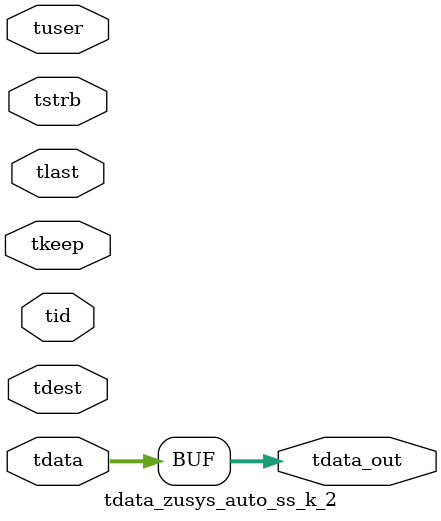
<source format=v>


`timescale 1ps/1ps

module tdata_zusys_auto_ss_k_2 #
(
parameter C_S_AXIS_TDATA_WIDTH = 32,
parameter C_S_AXIS_TUSER_WIDTH = 0,
parameter C_S_AXIS_TID_WIDTH   = 0,
parameter C_S_AXIS_TDEST_WIDTH = 0,
parameter C_M_AXIS_TDATA_WIDTH = 32
)
(
input  [(C_S_AXIS_TDATA_WIDTH == 0 ? 1 : C_S_AXIS_TDATA_WIDTH)-1:0     ] tdata,
input  [(C_S_AXIS_TUSER_WIDTH == 0 ? 1 : C_S_AXIS_TUSER_WIDTH)-1:0     ] tuser,
input  [(C_S_AXIS_TID_WIDTH   == 0 ? 1 : C_S_AXIS_TID_WIDTH)-1:0       ] tid,
input  [(C_S_AXIS_TDEST_WIDTH == 0 ? 1 : C_S_AXIS_TDEST_WIDTH)-1:0     ] tdest,
input  [(C_S_AXIS_TDATA_WIDTH/8)-1:0 ] tkeep,
input  [(C_S_AXIS_TDATA_WIDTH/8)-1:0 ] tstrb,
input                                                                    tlast,
output [C_M_AXIS_TDATA_WIDTH-1:0] tdata_out
);

assign tdata_out = {tdata[31:0]};

endmodule


</source>
